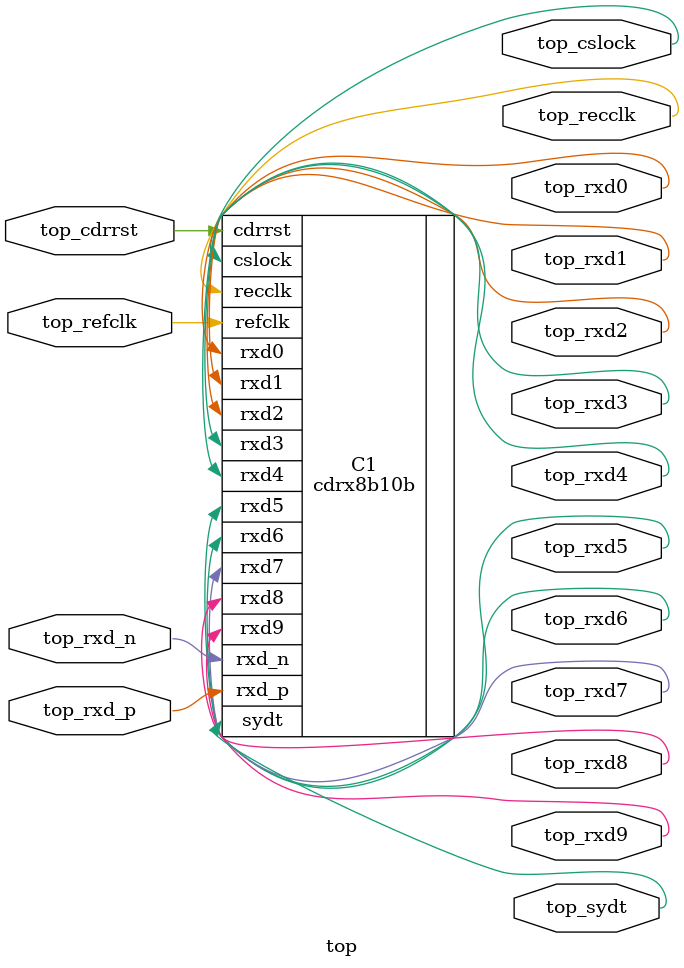
<source format=v>
module top (top_refclk,top_cdrrst,top_rxd_p,top_rxd_n, top_rxd0,top_rxd1,top_rxd2,top_rxd3,top_rxd4,top_rxd5,top_rxd6,top_rxd7,top_rxd8,top_rxd9,top_recclk,top_cslock,top_sydt);


input top_refclk,top_cdrrst,top_rxd_p,top_rxd_n;
output top_rxd0,top_rxd1,top_rxd2,top_rxd3,top_rxd4,top_rxd5,top_rxd6,top_rxd7,top_rxd8,top_rxd9,top_recclk,top_cslock,top_sydt;

cdrx8b10b C1 (.refclk(top_refclk), .cdrrst(top_cdrrst), .rxd_p(top_rxd_p), .rxd_n(top_rxd_n), .rxd0(top_rxd0), .rxd1(top_rxd1), .rxd2(top_rxd2), .rxd3(top_rxd3), .rxd4(top_rxd4), .rxd5(top_rxd5), .rxd6(top_rxd6), .rxd7(top_rxd7), .rxd8(top_rxd8), .rxd9(top_rxd9), .recclk(top_recclk), .cslock(top_cslock), .sydt(top_sydt));

endmodule

</source>
